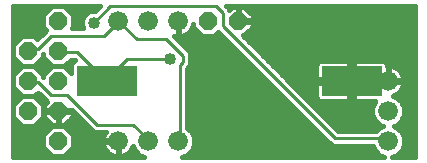
<source format=gbl>
G75*
%MOIN*%
%OFA0B0*%
%FSLAX25Y25*%
%IPPOS*%
%LPD*%
%AMOC8*
5,1,8,0,0,1.08239X$1,22.5*
%
%ADD10C,0.06600*%
%ADD11R,0.20000X0.10000*%
%ADD12OC8,0.06000*%
%ADD13C,0.01600*%
%ADD14C,0.01000*%
%ADD15C,0.04000*%
D10*
X0041800Y0011800D03*
X0051800Y0011800D03*
X0061800Y0011800D03*
X0131800Y0011800D03*
X0131800Y0021800D03*
X0131800Y0031800D03*
X0061800Y0051800D03*
X0051800Y0051800D03*
X0041800Y0051800D03*
D11*
X0038099Y0031800D03*
X0119595Y0031800D03*
D12*
X0081800Y0051800D03*
X0071800Y0051800D03*
X0021800Y0051800D03*
X0021800Y0041800D03*
X0011800Y0041800D03*
X0011800Y0031800D03*
X0021800Y0031800D03*
X0021800Y0021800D03*
X0011800Y0021800D03*
X0021800Y0011800D03*
D13*
X0006600Y0006600D02*
X0006600Y0056961D01*
X0035825Y0056961D01*
X0034164Y0055300D01*
X0032904Y0055300D01*
X0031434Y0054691D01*
X0030309Y0053566D01*
X0029700Y0052096D01*
X0029700Y0050504D01*
X0030157Y0049400D01*
X0026471Y0049400D01*
X0026800Y0049729D01*
X0026800Y0053871D01*
X0023871Y0056800D01*
X0019729Y0056800D01*
X0016800Y0053871D01*
X0016800Y0049729D01*
X0017747Y0048782D01*
X0017281Y0048316D01*
X0014818Y0045853D01*
X0013871Y0046800D01*
X0009729Y0046800D01*
X0006800Y0043871D01*
X0006800Y0039729D01*
X0009729Y0036800D01*
X0006800Y0033871D01*
X0006800Y0029729D01*
X0009729Y0026800D01*
X0006800Y0023871D01*
X0006800Y0019729D01*
X0009729Y0016800D01*
X0013871Y0016800D01*
X0016800Y0019729D01*
X0016800Y0023871D01*
X0013871Y0026800D01*
X0009729Y0026800D01*
X0013871Y0026800D01*
X0015018Y0027947D01*
X0017281Y0025684D01*
X0017984Y0024981D01*
X0018131Y0024920D01*
X0017000Y0023788D01*
X0017000Y0022000D01*
X0021600Y0022000D01*
X0021600Y0021600D01*
X0022000Y0021600D01*
X0022000Y0022000D01*
X0026464Y0022000D01*
X0032681Y0015784D01*
X0033384Y0015081D01*
X0034303Y0014700D01*
X0037603Y0014700D01*
X0037438Y0014473D01*
X0037074Y0013758D01*
X0036826Y0012994D01*
X0036700Y0012201D01*
X0036700Y0012000D01*
X0041600Y0012000D01*
X0041600Y0011600D01*
X0042000Y0011600D01*
X0042000Y0006700D01*
X0042201Y0006700D01*
X0042994Y0006826D01*
X0043758Y0007074D01*
X0044473Y0007438D01*
X0045122Y0007910D01*
X0045690Y0008478D01*
X0046162Y0009127D01*
X0046526Y0009842D01*
X0046679Y0010313D01*
X0047307Y0008798D01*
X0048798Y0007307D01*
X0050504Y0006600D01*
X0006600Y0006600D01*
X0006600Y0008194D02*
X0018335Y0008194D01*
X0019729Y0006800D02*
X0023871Y0006800D01*
X0026800Y0009729D01*
X0026800Y0013871D01*
X0023871Y0016800D01*
X0019729Y0016800D01*
X0016800Y0013871D01*
X0016800Y0009729D01*
X0019729Y0006800D01*
X0025265Y0008194D02*
X0038193Y0008194D01*
X0037910Y0008478D02*
X0038478Y0007910D01*
X0039127Y0007438D01*
X0039842Y0007074D01*
X0040606Y0006826D01*
X0041399Y0006700D01*
X0041600Y0006700D01*
X0041600Y0011600D01*
X0036700Y0011600D01*
X0036700Y0011399D01*
X0036826Y0010606D01*
X0037074Y0009842D01*
X0037438Y0009127D01*
X0037910Y0008478D01*
X0037099Y0009793D02*
X0026800Y0009793D01*
X0026800Y0011391D02*
X0036701Y0011391D01*
X0036825Y0012990D02*
X0026800Y0012990D01*
X0026083Y0014588D02*
X0037522Y0014588D01*
X0032278Y0016187D02*
X0024484Y0016187D01*
X0023788Y0017000D02*
X0026600Y0019812D01*
X0026600Y0021600D01*
X0022000Y0021600D01*
X0022000Y0017000D01*
X0023788Y0017000D01*
X0024573Y0017785D02*
X0030679Y0017785D01*
X0029081Y0019384D02*
X0026172Y0019384D01*
X0026600Y0020982D02*
X0027482Y0020982D01*
X0022000Y0020982D02*
X0021600Y0020982D01*
X0021600Y0021600D02*
X0021600Y0017000D01*
X0019812Y0017000D01*
X0017000Y0019812D01*
X0017000Y0021600D01*
X0021600Y0021600D01*
X0021600Y0019384D02*
X0022000Y0019384D01*
X0022000Y0017785D02*
X0021600Y0017785D01*
X0019027Y0017785D02*
X0014856Y0017785D01*
X0016455Y0019384D02*
X0017428Y0019384D01*
X0017000Y0020982D02*
X0016800Y0020982D01*
X0016800Y0022581D02*
X0017000Y0022581D01*
X0017391Y0024179D02*
X0016492Y0024179D01*
X0017187Y0025778D02*
X0014893Y0025778D01*
X0014447Y0027376D02*
X0015588Y0027376D01*
X0009153Y0027376D02*
X0006600Y0027376D01*
X0006600Y0028975D02*
X0007554Y0028975D01*
X0006800Y0030573D02*
X0006600Y0030573D01*
X0006600Y0032172D02*
X0006800Y0032172D01*
X0006800Y0033770D02*
X0006600Y0033770D01*
X0006600Y0035369D02*
X0008298Y0035369D01*
X0009729Y0036800D02*
X0013871Y0036800D01*
X0016800Y0033871D01*
X0016800Y0033236D01*
X0016800Y0033236D01*
X0016800Y0033871D01*
X0019729Y0036800D01*
X0023871Y0036800D01*
X0026099Y0034572D01*
X0026099Y0037628D01*
X0027268Y0038797D01*
X0027164Y0038900D01*
X0025971Y0038900D01*
X0023871Y0036800D01*
X0019729Y0036800D01*
X0016800Y0039729D01*
X0016800Y0040764D01*
X0016800Y0040764D01*
X0016800Y0039729D01*
X0013871Y0036800D01*
X0009729Y0036800D01*
X0009562Y0036967D02*
X0006600Y0036967D01*
X0006600Y0038566D02*
X0007963Y0038566D01*
X0006800Y0040164D02*
X0006600Y0040164D01*
X0006600Y0041763D02*
X0006800Y0041763D01*
X0006800Y0043361D02*
X0006600Y0043361D01*
X0006600Y0044960D02*
X0007889Y0044960D01*
X0006600Y0046558D02*
X0009487Y0046558D01*
X0006600Y0048157D02*
X0017121Y0048157D01*
X0015523Y0046558D02*
X0014113Y0046558D01*
X0016800Y0049755D02*
X0006600Y0049755D01*
X0006600Y0051354D02*
X0016800Y0051354D01*
X0016800Y0052952D02*
X0006600Y0052952D01*
X0006600Y0054551D02*
X0017480Y0054551D01*
X0019078Y0056149D02*
X0006600Y0056149D01*
X0024522Y0056149D02*
X0035014Y0056149D01*
X0031294Y0054551D02*
X0026120Y0054551D01*
X0026800Y0052952D02*
X0030055Y0052952D01*
X0029700Y0051354D02*
X0026800Y0051354D01*
X0026800Y0049755D02*
X0030010Y0049755D01*
X0016800Y0040164D02*
X0016800Y0040164D01*
X0015637Y0038566D02*
X0017963Y0038566D01*
X0019562Y0036967D02*
X0014038Y0036967D01*
X0015302Y0035369D02*
X0018298Y0035369D01*
X0016800Y0033770D02*
X0016800Y0033770D01*
X0024038Y0036967D02*
X0026099Y0036967D01*
X0025637Y0038566D02*
X0027037Y0038566D01*
X0026099Y0035369D02*
X0025302Y0035369D01*
X0008707Y0025778D02*
X0006600Y0025778D01*
X0006600Y0024179D02*
X0007108Y0024179D01*
X0006800Y0022581D02*
X0006600Y0022581D01*
X0006600Y0020982D02*
X0006800Y0020982D01*
X0006600Y0019384D02*
X0007145Y0019384D01*
X0006600Y0017785D02*
X0008744Y0017785D01*
X0006600Y0016187D02*
X0019116Y0016187D01*
X0017517Y0014588D02*
X0006600Y0014588D01*
X0006600Y0012990D02*
X0016800Y0012990D01*
X0016800Y0011391D02*
X0006600Y0011391D01*
X0006600Y0009793D02*
X0016800Y0009793D01*
X0041600Y0009793D02*
X0042000Y0009793D01*
X0042000Y0011391D02*
X0041600Y0011391D01*
X0046501Y0009793D02*
X0046895Y0009793D01*
X0047911Y0008194D02*
X0045407Y0008194D01*
X0042000Y0008194D02*
X0041600Y0008194D01*
X0063096Y0006600D02*
X0064802Y0007307D01*
X0066293Y0008798D01*
X0067100Y0010746D01*
X0067100Y0012854D01*
X0066293Y0014802D01*
X0064802Y0016293D01*
X0064800Y0016294D01*
X0064800Y0035964D01*
X0065519Y0036684D01*
X0065900Y0037603D01*
X0065900Y0040797D01*
X0065519Y0041716D01*
X0060316Y0046920D01*
X0060606Y0046826D01*
X0061399Y0046700D01*
X0061600Y0046700D01*
X0061600Y0051600D01*
X0062000Y0051600D01*
X0062000Y0046700D01*
X0062201Y0046700D01*
X0062994Y0046826D01*
X0063758Y0047074D01*
X0064473Y0047438D01*
X0065122Y0047910D01*
X0065690Y0048478D01*
X0066162Y0049127D01*
X0066526Y0049842D01*
X0066774Y0050606D01*
X0066800Y0050767D01*
X0066800Y0049729D01*
X0069729Y0046800D01*
X0073871Y0046800D01*
X0075168Y0048097D01*
X0111881Y0011384D01*
X0112584Y0010681D01*
X0113503Y0010300D01*
X0126685Y0010300D01*
X0127307Y0008798D01*
X0128798Y0007307D01*
X0130504Y0006600D01*
X0063096Y0006600D01*
X0065689Y0008194D02*
X0127911Y0008194D01*
X0126895Y0009793D02*
X0066705Y0009793D01*
X0067100Y0011391D02*
X0111873Y0011391D01*
X0110275Y0012990D02*
X0067044Y0012990D01*
X0066382Y0014588D02*
X0108676Y0014588D01*
X0107078Y0016187D02*
X0064909Y0016187D01*
X0064800Y0017785D02*
X0105479Y0017785D01*
X0103881Y0019384D02*
X0064800Y0019384D01*
X0064800Y0020982D02*
X0102282Y0020982D01*
X0100684Y0022581D02*
X0064800Y0022581D01*
X0064800Y0024179D02*
X0099085Y0024179D01*
X0097487Y0025778D02*
X0064800Y0025778D01*
X0064800Y0027376D02*
X0095888Y0027376D01*
X0094290Y0028975D02*
X0064800Y0028975D01*
X0064800Y0030573D02*
X0092691Y0030573D01*
X0091093Y0032172D02*
X0064800Y0032172D01*
X0064800Y0033770D02*
X0089494Y0033770D01*
X0087896Y0035369D02*
X0064800Y0035369D01*
X0065637Y0036967D02*
X0086297Y0036967D01*
X0084699Y0038566D02*
X0065900Y0038566D01*
X0065900Y0040164D02*
X0083100Y0040164D01*
X0081502Y0041763D02*
X0065473Y0041763D01*
X0063874Y0043361D02*
X0079903Y0043361D01*
X0078305Y0044960D02*
X0062276Y0044960D01*
X0060677Y0046558D02*
X0076706Y0046558D01*
X0083336Y0047000D02*
X0083788Y0047000D01*
X0086600Y0049812D01*
X0086600Y0051600D01*
X0082000Y0051600D01*
X0082000Y0052000D01*
X0086600Y0052000D01*
X0086600Y0053788D01*
X0083788Y0056600D01*
X0082000Y0056600D01*
X0082000Y0052000D01*
X0081600Y0052000D01*
X0081600Y0056600D01*
X0079812Y0056600D01*
X0078868Y0055657D01*
X0078719Y0056016D01*
X0078016Y0056719D01*
X0077775Y0056961D01*
X0140701Y0056961D01*
X0140701Y0006600D01*
X0133096Y0006600D01*
X0134802Y0007307D01*
X0136293Y0008798D01*
X0137100Y0010746D01*
X0137100Y0012854D01*
X0136293Y0014802D01*
X0134802Y0016293D01*
X0133578Y0016800D01*
X0134802Y0017307D01*
X0136293Y0018798D01*
X0137100Y0020746D01*
X0137100Y0022854D01*
X0136293Y0024802D01*
X0134802Y0026293D01*
X0133287Y0026921D01*
X0133758Y0027074D01*
X0134473Y0027438D01*
X0135122Y0027910D01*
X0135690Y0028478D01*
X0136162Y0029127D01*
X0136526Y0029842D01*
X0136774Y0030606D01*
X0136900Y0031399D01*
X0136900Y0031600D01*
X0132000Y0031600D01*
X0132000Y0032000D01*
X0131600Y0032000D01*
X0131600Y0036900D01*
X0131399Y0036900D01*
X0131395Y0036899D01*
X0131395Y0037037D01*
X0131273Y0037495D01*
X0131036Y0037905D01*
X0130700Y0038240D01*
X0130290Y0038477D01*
X0129832Y0038600D01*
X0120395Y0038600D01*
X0120395Y0032600D01*
X0118795Y0032600D01*
X0118795Y0031000D01*
X0107795Y0031000D01*
X0107795Y0026563D01*
X0107918Y0026105D01*
X0108155Y0025695D01*
X0108490Y0025360D01*
X0108900Y0025123D01*
X0109358Y0025000D01*
X0118795Y0025000D01*
X0118795Y0031000D01*
X0120395Y0031000D01*
X0120395Y0025000D01*
X0127505Y0025000D01*
X0127307Y0024802D01*
X0126500Y0022854D01*
X0126500Y0020746D01*
X0127307Y0018798D01*
X0128798Y0017307D01*
X0130022Y0016800D01*
X0128798Y0016293D01*
X0127805Y0015300D01*
X0115036Y0015300D01*
X0083336Y0047000D01*
X0083777Y0046558D02*
X0140701Y0046558D01*
X0140701Y0048157D02*
X0084945Y0048157D01*
X0086544Y0049755D02*
X0140701Y0049755D01*
X0140701Y0051354D02*
X0086600Y0051354D01*
X0086600Y0052952D02*
X0140701Y0052952D01*
X0140701Y0054551D02*
X0085837Y0054551D01*
X0082000Y0054551D02*
X0081600Y0054551D01*
X0081600Y0052952D02*
X0082000Y0052952D01*
X0082000Y0056149D02*
X0081600Y0056149D01*
X0079361Y0056149D02*
X0078586Y0056149D01*
X0084239Y0056149D02*
X0140701Y0056149D01*
X0140701Y0044960D02*
X0085376Y0044960D01*
X0086974Y0043361D02*
X0140701Y0043361D01*
X0140701Y0041763D02*
X0088573Y0041763D01*
X0090171Y0040164D02*
X0140701Y0040164D01*
X0140701Y0038566D02*
X0129960Y0038566D01*
X0131395Y0036967D02*
X0140701Y0036967D01*
X0140701Y0035369D02*
X0135444Y0035369D01*
X0135690Y0035122D02*
X0135122Y0035690D01*
X0134473Y0036162D01*
X0133758Y0036526D01*
X0132994Y0036774D01*
X0132201Y0036900D01*
X0132000Y0036900D01*
X0132000Y0032000D01*
X0136900Y0032000D01*
X0136900Y0032201D01*
X0136774Y0032994D01*
X0136526Y0033758D01*
X0136162Y0034473D01*
X0135690Y0035122D01*
X0136520Y0033770D02*
X0140701Y0033770D01*
X0140701Y0032172D02*
X0136900Y0032172D01*
X0136764Y0030573D02*
X0140701Y0030573D01*
X0140701Y0028975D02*
X0136051Y0028975D01*
X0134351Y0027376D02*
X0140701Y0027376D01*
X0140701Y0025778D02*
X0135318Y0025778D01*
X0136551Y0024179D02*
X0140701Y0024179D01*
X0140701Y0022581D02*
X0137100Y0022581D01*
X0137100Y0020982D02*
X0140701Y0020982D01*
X0140701Y0019384D02*
X0136536Y0019384D01*
X0135280Y0017785D02*
X0140701Y0017785D01*
X0140701Y0016187D02*
X0134909Y0016187D01*
X0136382Y0014588D02*
X0140701Y0014588D01*
X0140701Y0012990D02*
X0137044Y0012990D01*
X0137100Y0011391D02*
X0140701Y0011391D01*
X0140701Y0009793D02*
X0136705Y0009793D01*
X0135689Y0008194D02*
X0140701Y0008194D01*
X0128691Y0016187D02*
X0114149Y0016187D01*
X0112550Y0017785D02*
X0128320Y0017785D01*
X0127064Y0019384D02*
X0110952Y0019384D01*
X0109353Y0020982D02*
X0126500Y0020982D01*
X0126500Y0022581D02*
X0107755Y0022581D01*
X0106156Y0024179D02*
X0127049Y0024179D01*
X0120395Y0025778D02*
X0118795Y0025778D01*
X0118795Y0027376D02*
X0120395Y0027376D01*
X0120395Y0028975D02*
X0118795Y0028975D01*
X0118795Y0030573D02*
X0120395Y0030573D01*
X0120395Y0031000D02*
X0120395Y0032600D01*
X0126763Y0032600D01*
X0126700Y0032201D01*
X0126700Y0032000D01*
X0131600Y0032000D01*
X0131600Y0031600D01*
X0126700Y0031600D01*
X0126700Y0031399D01*
X0126763Y0031000D01*
X0120395Y0031000D01*
X0120395Y0032172D02*
X0126700Y0032172D01*
X0131600Y0032172D02*
X0132000Y0032172D01*
X0132000Y0033770D02*
X0131600Y0033770D01*
X0131600Y0035369D02*
X0132000Y0035369D01*
X0120395Y0035369D02*
X0118795Y0035369D01*
X0118795Y0033770D02*
X0120395Y0033770D01*
X0118795Y0032600D02*
X0118795Y0038600D01*
X0109358Y0038600D01*
X0108900Y0038477D01*
X0108490Y0038240D01*
X0108155Y0037905D01*
X0107918Y0037495D01*
X0107795Y0037037D01*
X0107795Y0032600D01*
X0118795Y0032600D01*
X0118795Y0032172D02*
X0098164Y0032172D01*
X0099762Y0030573D02*
X0107795Y0030573D01*
X0107795Y0028975D02*
X0101361Y0028975D01*
X0102959Y0027376D02*
X0107795Y0027376D01*
X0108107Y0025778D02*
X0104558Y0025778D01*
X0107795Y0033770D02*
X0096565Y0033770D01*
X0094967Y0035369D02*
X0107795Y0035369D01*
X0107795Y0036967D02*
X0093368Y0036967D01*
X0091770Y0038566D02*
X0109231Y0038566D01*
X0118795Y0038566D02*
X0120395Y0038566D01*
X0120395Y0036967D02*
X0118795Y0036967D01*
X0068372Y0048157D02*
X0065369Y0048157D01*
X0062000Y0048157D02*
X0061600Y0048157D01*
X0061600Y0049755D02*
X0062000Y0049755D01*
X0062000Y0051354D02*
X0061600Y0051354D01*
X0066482Y0049755D02*
X0066800Y0049755D01*
D14*
X0057900Y0045800D02*
X0048000Y0045800D01*
X0042500Y0051300D01*
X0041800Y0051800D01*
X0041400Y0051300D01*
X0037000Y0046900D01*
X0019400Y0046900D01*
X0015000Y0042500D01*
X0012800Y0042500D01*
X0011800Y0041800D01*
X0021800Y0041800D02*
X0022700Y0041400D01*
X0028200Y0041400D01*
X0037000Y0032600D01*
X0038099Y0031800D01*
X0038100Y0032600D01*
X0044700Y0039200D01*
X0059000Y0039200D01*
X0062300Y0037000D02*
X0063400Y0038100D01*
X0063400Y0040300D01*
X0057900Y0045800D01*
X0076600Y0050200D02*
X0076600Y0054600D01*
X0074400Y0056800D01*
X0039200Y0056800D01*
X0033700Y0051300D01*
X0062300Y0037000D02*
X0062300Y0012800D01*
X0061800Y0011800D01*
X0051800Y0011800D02*
X0051300Y0012800D01*
X0046900Y0017200D01*
X0034800Y0017200D01*
X0024900Y0027100D01*
X0019400Y0027100D01*
X0015000Y0031500D01*
X0012800Y0031500D01*
X0011800Y0031800D01*
X0076600Y0050200D02*
X0114000Y0012800D01*
X0131600Y0012800D01*
X0131800Y0011800D01*
D15*
X0059000Y0039200D03*
X0033700Y0051300D03*
M02*

</source>
